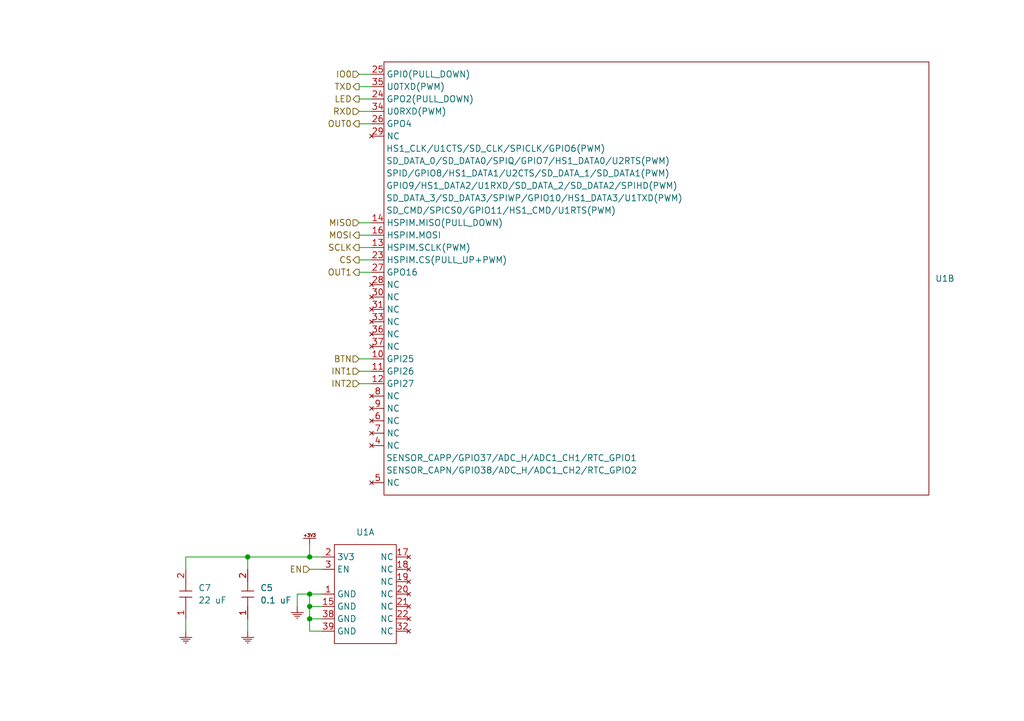
<source format=kicad_sch>
(kicad_sch (version 20230121) (generator eeschema)
  (paper "A5")
  (lib_symbols
    (symbol "zandmd:+3V3" (power) (pin_names (offset 0))
      (symbol "+3V3_0_1"
        (polyline (pts (xy -1.27 1.27) (xy 1.27 1.27)))
        (polyline (pts (xy 0 0) (xy 0 1.27)))
      )
      (symbol "+3V3_1_1"
        (text "+3V3" (at 0 1.905 0) (effects (font (size 0.635 0.635))))
        (pin power_in line (at 0 0 90) (length 0) hide (name "+3V3") (number "1"))
      )
    )
    (symbol "zandmd:CAPACITOR" (pin_names (offset 0))
      (property "Reference" "C" (at 0 0 0))
      (property "Value" "C" (at 0 0 0))
      (symbol "CAPACITOR_0_1"
        (polyline (pts (xy 2.54 0) (xy 4.445 0)))
        (polyline (pts (xy 4.445 1.27) (xy 4.445 -1.27)))
        (polyline (pts (xy 5.715 1.27) (xy 5.715 -1.27)))
        (polyline (pts (xy 7.62 0) (xy 5.715 0)))
      )
      (symbol "CAPACITOR_1_1"
        (pin passive line (at 0 0 0) (length 2.54) (name "") (number "1"))
        (pin passive line (at 10.16 0 180) (length 2.54) (name "") (number "2"))
      )
    )
    (symbol "zandmd:ESP32-WROOM-32E-N4"
      (property "Reference" "U" (at 0 0 0))
      (symbol "ESP32-WROOM-32E-N4_1_1"
        (rectangle (start 2.54 20.32) (end 15.24 0))
        (pin passive line (at 0 10.16 0) (length 2.54) (name "GND") (number "1"))
        (pin passive line (at 0 7.62 0) (length 2.54) (name "GND") (number "15"))
        (pin no_connect line (at 17.78 17.78 180) (length 2.54) (name "NC") (number "17"))
        (pin no_connect line (at 17.78 15.24 180) (length 2.54) (name "NC") (number "18"))
        (pin no_connect line (at 17.78 12.7 180) (length 2.54) (name "NC") (number "19"))
        (pin power_in line (at 0 17.78 0) (length 2.54) (name "3V3") (number "2"))
        (pin no_connect line (at 17.78 10.16 180) (length 2.54) (name "NC") (number "20"))
        (pin no_connect line (at 17.78 7.62 180) (length 2.54) (name "NC") (number "21"))
        (pin no_connect line (at 17.78 5.08 180) (length 2.54) (name "NC") (number "22"))
        (pin input line (at 0 15.24 0) (length 2.54) (name "EN") (number "3"))
        (pin no_connect line (at 17.78 2.54 180) (length 2.54) (name "NC") (number "32"))
        (pin passive line (at 0 5.08 0) (length 2.54) (name "GND") (number "38"))
        (pin passive line (at 0 2.54 0) (length 2.54) (name "GND") (number "39"))
      )
      (symbol "ESP32-WROOM-32E-N4_2_1"
        (rectangle (start 2.54 88.9) (end 114.3 0))
        (text "GPIO9/HS1_DATA2/U1RXD/SD_DATA_2/SD_DATA2/SPIHD(PWM)" (at 2.9718 63.5 0) (effects (font (size 1.27 1.27)) (justify left)))
        (text "HS1_CLK/U1CTS/SD_CLK/SPICLK/GPIO6(PWM)" (at 2.9718 71.12 0) (effects (font (size 1.27 1.27)) (justify left)))
        (text "SD_CMD/SPICS0/GPIO11/HS1_CMD/U1RTS(PWM)" (at 2.9718 58.42 0) (effects (font (size 1.27 1.27)) (justify left)))
        (text "SD_DATA_0/SD_DATA0/SPIQ/GPIO7/HS1_DATA0/U2RTS(PWM)" (at 2.9718 68.58 0) (effects (font (size 1.27 1.27)) (justify left)))
        (text "SD_DATA_3/SD_DATA3/SPIWP/GPIO10/HS1_DATA3/U1TXD(PWM)" (at 2.9718 60.96 0) (effects (font (size 1.27 1.27)) (justify left)))
        (text "SENSOR_CAPN/GPIO38/ADC_H/ADC1_CH2/RTC_GPIO2" (at 2.9718 5.08 0) (effects (font (size 1.27 1.27)) (justify left)))
        (text "SENSOR_CAPP/GPIO37/ADC_H/ADC1_CH1/RTC_GPIO1" (at 2.9718 7.62 0) (effects (font (size 1.27 1.27)) (justify left)))
        (text "SPID/GPIO8/HS1_DATA1/U2CTS/SD_DATA_1/SD_DATA1(PWM)" (at 2.9718 66.04 0) (effects (font (size 1.27 1.27)) (justify left)))
        (pin bidirectional line (at 0 27.94 0) (length 2.54) (name "ADC2_CH8/RTC_GPIO6/GPIO25/EMAC_RXD0/DAC_1") (number "10") (alternate "GPI25" input line) (alternate "NC" no_connect line))
        (pin bidirectional line (at 0 25.4 0) (length 2.54) (name "GPIO26/EMAC_RXD1/DAC_2/ADC2_CH9/RTC_GPIO7") (number "11") (alternate "GPI26" input line) (alternate "NC" no_connect line))
        (pin bidirectional line (at 0 22.86 0) (length 2.54) (name "GPIO27/EMAC_RX_DV/ADC2_CH7/TOUCH7/RTC_GPIO17") (number "12") (alternate "GPI27" input line) (alternate "NC" no_connect line))
        (pin bidirectional line (at 0 50.8 0) (length 2.54) (name "HS2_CLK/SD_CLK/EMAC_TXD2/TOUCH6/RTC_GPIO16/MTMS/HSPICLK/GPIO14/ADC2_CH6(PWM)") (number "13") (alternate "HSPIM.SCLK(PWM)" output line) (alternate "NC" no_connect line))
        (pin bidirectional line (at 0 55.88 0) (length 2.54) (name "RTC_GPIO15/GPIO12/SD_DATA2/EMAC_TXD3/ADC2_CH5/TOUCH5/MTDI/HSPIQ/HS2_DATA2(PULL_DOWN)") (number "14") (alternate "HSPIM.MISO(PULL_DOWN)" input line) (alternate "NC" no_connect line))
        (pin bidirectional line (at 0 53.34 0) (length 2.54) (name "HSPID/ADC2_CH4/TOUCH4/EMAC_RX_ER/RTC_GPIO14/MTCK/GPIO13/HS2_DATA3/SD_DATA3") (number "16") (alternate "HSPIM.MOSI" output line) (alternate "NC" no_connect line))
        (pin bidirectional line (at 0 48.26 0) (length 2.54) (name "RTC_GPIO13/I2C_SDA/MTDO/EMAC_RXD3/ADC2_CH4/SD_CMD/TOUCH3/HSPICS0/GPIO15/HS2_CMD(PULL_UP+PWM)") (number "23") (alternate "HSPIM.CS(PULL_UP+PWM)" output line) (alternate "NC" no_connect line))
        (pin bidirectional line (at 0 81.28 0) (length 2.54) (name "RTC_GPIO12/I2C_SCL/GPIO2/HSPIWP/HS2_DATA0/SD_DATA0/ADC2_CH2/TOUCH2(PULL_DOWN)") (number "24") (alternate "GPO2(PULL_DOWN)" output line) (alternate "NC" no_connect line))
        (pin bidirectional line (at 0 86.36 0) (length 2.54) (name "GPIO0/CLK_OUT1/EMAC_TX_CLK/ADC2_CH1/TOUCH1/RTC_GPIO11/I2C_SDA(PULL_DOWN)") (number "25") (alternate "GPI0(PULL_DOWN)" input line) (alternate "NC" no_connect line))
        (pin bidirectional line (at 0 76.2 0) (length 2.54) (name "EMAC_TX_ER/ADC2_CH0/TOUCH0/I2C_SCL/GPIO4/HSPIHD/HS2_DATA1/SD_DATA1/RTC_GPIO10") (number "26") (alternate "GPO4" output line) (alternate "NC" no_connect line))
        (pin bidirectional line (at 0 45.72 0) (length 2.54) (name "U2RXD/EMAC_CLK_OUT/GPIO16/HS1_DATA4") (number "27") (alternate "GPO16" output line) (alternate "NC" no_connect line))
        (pin bidirectional line (at 0 43.18 0) (length 2.54) (name "HS1_DATA5/U2TXD/EMAC_CLK_180/GPIO17") (number "28") (alternate "NC" no_connect line))
        (pin bidirectional line (at 0 73.66 0) (length 2.54) (name "GPIO5/VSPICS0/HS1_DATA6/EMAC_RX_CLK(PULL_UP+PWM)") (number "29") (alternate "NC" no_connect line))
        (pin bidirectional line (at 0 40.64 0) (length 2.54) (name "GPIO18/VSPICLK/HS1_DATA7") (number "30") (alternate "NC" no_connect line))
        (pin bidirectional line (at 0 38.1 0) (length 2.54) (name "GPIO19/VSPIQ/U0CTS/EMAC_TXD0") (number "31") (alternate "NC" no_connect line))
        (pin bidirectional line (at 0 35.56 0) (length 2.54) (name "GPIO21/VSPIHD/EMAC_TX_EN") (number "33") (alternate "NC" no_connect line))
        (pin bidirectional line (at 0 78.74 0) (length 2.54) (name "U0RXD/CLK_OUT2/GPIO3(PWM)") (number "34") (alternate "NC" no_connect line) (alternate "U0RXD(PWM)" input line))
        (pin bidirectional line (at 0 83.82 0) (length 2.54) (name "U0TXD/CLK_OUT3/GPIO1/EMAC_RXD2(PWM)") (number "35") (alternate "NC" no_connect line) (alternate "U0TXD(PWM)" output line))
        (pin bidirectional line (at 0 33.02 0) (length 2.54) (name "U0RTS/EMAC_TXD1/GPIO22/VSPIWP") (number "36") (alternate "NC" no_connect line))
        (pin bidirectional line (at 0 30.48 0) (length 2.54) (name "GPIO23/VSPID/HS1_STROBE") (number "37") (alternate "NC" no_connect line))
        (pin input line (at 0 10.16 0) (length 2.54) (name "RTC_GPIO0/SENSOR_VP/GPIO36/ADC_H/ADC1_CH0") (number "4") (alternate "NC" no_connect line))
        (pin input line (at 0 2.54 0) (length 2.54) (name "SENSOR_VN/GPIO39/ADC_H/ADC1_CH3/RTC_GPIO3") (number "5") (alternate "NC" no_connect line))
        (pin input line (at 0 15.24 0) (length 2.54) (name "VDET_1/GPIO34/ADC1_CH6/RTC_GPIO4") (number "6") (alternate "NC" no_connect line))
        (pin input line (at 0 12.7 0) (length 2.54) (name "DAC_1/ADC2_CH8/RTC_GPIO6/VDET_2/GPIO35") (number "7") (alternate "NC" no_connect line))
        (pin bidirectional line (at 0 20.32 0) (length 2.54) (name "32K_XP/GPIO32/XTAL_32K_P/ADC1_CH4/TOUCH9/RTC_GPIO9") (number "8") (alternate "NC" no_connect line))
        (pin bidirectional line (at 0 17.78 0) (length 2.54) (name "32K_XN/GPIO33/XTAL_32K_N/ADC1_CH5/TOUCH8/RTC_GPIO8") (number "9") (alternate "NC" no_connect line))
      )
    )
    (symbol "zandmd:GND" (power) (pin_names (offset 0))
      (symbol "GND_0_1"
        (polyline (pts (xy -1.27 -1.27) (xy 1.27 -1.27)))
        (polyline (pts (xy -0.889 -1.651) (xy 0.889 -1.651)))
        (polyline (pts (xy -0.508 -2.032) (xy 0.508 -2.032)))
        (polyline (pts (xy -0.127 -2.413) (xy 0.127 -2.413)))
        (polyline (pts (xy 0 0) (xy 0 -1.27)))
      )
      (symbol "GND_1_1"
        (pin power_in line (at 0 0 270) (length 0) hide (name "GND") (number "1"))
      )
    )
  )
  (junction (at 63.5 124.46))
  (junction (at 63.5 121.92))
  (junction (at 63.5 127))
  (junction (at 63.5 114.3))
  (junction (at 50.8 114.3))
  (wire (pts (xy 50.8 114.3) (xy 63.5 114.3)))
  (wire (pts (xy 73.66 50.8) (xy 76.2 50.8)))
  (wire (pts (xy 73.66 20.32) (xy 76.2 20.32)))
  (wire (pts (xy 73.66 17.78) (xy 76.2 17.78)))
  (wire (pts (xy 73.66 78.74) (xy 76.2 78.74)))
  (wire (pts (xy 63.5 111.76) (xy 63.5 114.3)))
  (wire (pts (xy 63.5 127) (xy 63.5 129.54)))
  (wire (pts (xy 63.5 124.46) (xy 63.5 127)))
  (wire (pts (xy 63.5 116.84) (xy 66.04 116.84)))
  (wire (pts (xy 66.04 121.92) (xy 63.5 121.92)))
  (wire (pts (xy 63.5 129.54) (xy 66.04 129.54)))
  (wire (pts (xy 50.8 114.3) (xy 50.8 116.84)))
  (wire (pts (xy 38.1 114.3) (xy 38.1 116.84)))
  (wire (pts (xy 73.66 45.72) (xy 76.2 45.72)))
  (wire (pts (xy 50.8 114.3) (xy 38.1 114.3)))
  (wire (pts (xy 73.66 25.4) (xy 76.2 25.4)))
  (wire (pts (xy 66.04 114.3) (xy 63.5 114.3)))
  (wire (pts (xy 63.5 121.92) (xy 63.5 124.46)))
  (wire (pts (xy 50.8 127) (xy 50.8 129.54)))
  (wire (pts (xy 60.96 124.46) (xy 60.96 121.92)))
  (wire (pts (xy 38.1 127) (xy 38.1 129.54)))
  (wire (pts (xy 63.5 127) (xy 66.04 127)))
  (wire (pts (xy 73.66 76.2) (xy 76.2 76.2)))
  (wire (pts (xy 73.66 22.86) (xy 76.2 22.86)))
  (wire (pts (xy 73.66 55.88) (xy 76.2 55.88)))
  (wire (pts (xy 73.66 53.34) (xy 76.2 53.34)))
  (wire (pts (xy 73.66 15.24) (xy 76.2 15.24)))
  (wire (pts (xy 73.66 48.26) (xy 76.2 48.26)))
  (wire (pts (xy 63.5 124.46) (xy 66.04 124.46)))
  (wire (pts (xy 60.96 121.92) (xy 63.5 121.92)))
  (wire (pts (xy 73.66 73.66) (xy 76.2 73.66)))
  (hierarchical_label "IO0" (shape input) (at 73.66 15.24 180))
  (hierarchical_label "LED" (shape output) (at 73.66 20.32 180))
  (hierarchical_label "MISO" (shape input) (at 73.66 45.72 180))
  (hierarchical_label "RXD" (shape input) (at 73.66 22.86 180))
  (hierarchical_label "EN" (shape input) (at 63.5 116.84 180))
  (hierarchical_label "INT2" (shape input) (at 73.66 78.74 180))
  (hierarchical_label "SCLK" (shape output) (at 73.66 50.8 180))
  (hierarchical_label "MOSI" (shape output) (at 73.66 48.26 180))
  (hierarchical_label "TXD" (shape output) (at 73.66 17.78 180))
  (hierarchical_label "OUT0" (shape output) (at 73.66 25.4 180))
  (hierarchical_label "BTN" (shape input) (at 73.66 73.66 180))
  (hierarchical_label "OUT1" (shape output) (at 73.66 55.88 180))
  (hierarchical_label "CS" (shape output) (at 73.66 53.34 180))
  (hierarchical_label "INT1" (shape input) (at 73.66 76.2 180))
  (symbol (lib_id "zandmd:GND") (at 38.1 129.54 0) (unit 1)
    (property "Reference" "#PWR05" (effects hide))
    (property "Value" "GND" (effects hide))
    (instances (project "tv-source-switcher" (path "" (reference "#PWR05") (unit 1))) (project "neopixel-controller" (path "" (reference "#PWR06") (unit 1))) (project "pinewood-derby-car" (path "" (reference "#PWR05") (unit 1))) (project "main-board" (path "" (reference "#PWR07") (unit 1))))
  )
  (symbol (lib_id "zandmd:ESP32-WROOM-32E-N4") (at 66.04 132.08 0) (unit 1)
    (property "Reference" "U1" (at 74.93 109.22 0))
    (property "Value" "ESP32-WROOM-32E-N4" (effects hide))
    (property "Footprint" "zandmd:ESP32-WROOM-32E-N4" (effects hide))
    (property "Datasheet" "https://www.espressif.com/sites/default/files/documentation/esp32-wroom-32e_esp32-wroom-32ue_datasheet_en.pdf" (effects hide))
    (property "Design Guide" "https://www.espressif.com/sites/default/files/documentation/esp32_hardware_design_guidelines_en.pdf" (effects hide))
    (property "Technical Reference Manual" "https://www.espressif.com/sites/default/files/documentation/esp32_technical_reference_manual_en.pdf" (effects hide))
    (property "Sim.Enable" "0" (effects hide))
    (pin "10" (alternate "GPI25"))
    (pin "11" (alternate "GPI26"))
    (pin "12" (alternate "GPI27"))
    (pin "13" (alternate "HSPIM.SCLK(PWM)"))
    (pin "14" (alternate "HSPIM.MISO(PULL_DOWN)"))
    (pin "16" (alternate "HSPIM.MOSI"))
    (pin "23" (alternate "HSPIM.CS(PULL_UP+PWM)"))
    (pin "24" (alternate "GPO2(PULL_DOWN)"))
    (pin "25" (alternate "GPI0(PULL_DOWN)"))
    (pin "26" (alternate "GPO4"))
    (pin "27" (alternate "GPO16"))
    (pin "28" (alternate "NC"))
    (pin "29" (alternate "NC"))
    (pin "30" (alternate "NC"))
    (pin "31" (alternate "NC"))
    (pin "33" (alternate "NC"))
    (pin "34" (alternate "U0RXD(PWM)"))
    (pin "35" (alternate "U0TXD(PWM)"))
    (pin "36" (alternate "NC"))
    (pin "37" (alternate "NC"))
    (pin "4" (alternate "NC"))
    (pin "5" (alternate "NC"))
    (pin "6" (alternate "NC"))
    (pin "7" (alternate "NC"))
    (pin "8" (alternate "NC"))
    (pin "9" (alternate "NC"))
    (instances (project "tv-source-switcher" (path "" (reference "U1") (unit 1))) (project "neopixel-controller" (path "" (reference "U3") (unit 1))) (project "pinewood-derby-car" (path "" (reference "U1") (unit 1))))
  )
  (symbol (lib_id "zandmd:CAPACITOR") (at 38.1 127 90) (unit 1)
    (property "Reference" "C7" (at 40.64 120.65 90) (effects (justify right)))
    (property "Value" "22 uF" (at 40.64 123.19 90) (effects (justify right)))
    (property "Footprint" "zandmd:PASSIVE-NPOL-0805" (effects hide))
    (property "Sim.Device" "C" (effects hide))
    (property "Sim.Pins" "1=+ 2=-" (effects hide))
    (instances (project "tv-source-switcher" (path "" (reference "C7") (unit 1))) (project "neopixel-controller" (path "" (reference "C6") (unit 1))) (project "pinewood-derby-car" (path "" (reference "C1") (unit 1))) (project "main-board" (path "" (reference "C3") (unit 1))))
  )
  (symbol (lib_id "zandmd:GND") (at 50.8 129.54 0) (unit 1)
    (property "Reference" "#PWR06" (effects hide))
    (property "Value" "GND" (effects hide))
    (instances (project "tv-source-switcher" (path "" (reference "#PWR06") (unit 1))) (project "neopixel-controller" (path "" (reference "#PWR07") (unit 1))) (project "pinewood-derby-car" (path "" (reference "#PWR06") (unit 1))) (project "main-board" (path "" (reference "#PWR06") (unit 1))))
  )
  (symbol (lib_id "zandmd:+3V3") (at 63.5 111.76 0) (unit 1)
    (property "Reference" "#PWR08" (effects hide))
    (property "Value" "+3V3" (effects hide))
  )
  (symbol (lib_id "zandmd:GND") (at 60.96 124.46 0) (unit 1)
    (property "Reference" "#PWR07" (effects hide))
    (property "Value" "GND" (effects hide))
    (instances (project "tv-source-switcher" (path "" (reference "#PWR07") (unit 1))) (project "neopixel-controller" (path "" (reference "#PWR05") (unit 1))) (project "pinewood-derby-car" (path "" (reference "#PWR07") (unit 1))))
  )
  (symbol (lib_id "zandmd:ESP32-WROOM-32E-N4") (at 76.2 101.6 0) (unit 2)
    (property "Reference" "U1" (at 191.77 57.15 0) (effects (justify left)))
    (property "Value" "ESP32-WROOM-32E-N4" (effects hide))
    (property "Footprint" "zandmd:ESP32-WROOM-32E-N4" (effects hide))
    (property "Datasheet" "https://www.espressif.com/sites/default/files/documentation/esp32-wroom-32e_esp32-wroom-32ue_datasheet_en.pdf" (effects hide))
    (property "Design Guide" "https://www.espressif.com/sites/default/files/documentation/esp32_hardware_design_guidelines_en.pdf" (effects hide))
    (property "Technical Reference Manual" "https://www.espressif.com/sites/default/files/documentation/esp32_technical_reference_manual_en.pdf" (effects hide))
    (property "Sim.Enable" "0" (effects hide))
    (pin "10" (alternate "GPI25"))
    (pin "11" (alternate "GPI26"))
    (pin "12" (alternate "GPI27"))
    (pin "13" (alternate "HSPIM.SCLK(PWM)"))
    (pin "14" (alternate "HSPIM.MISO(PULL_DOWN)"))
    (pin "16" (alternate "HSPIM.MOSI"))
    (pin "23" (alternate "HSPIM.CS(PULL_UP+PWM)"))
    (pin "24" (alternate "GPO2(PULL_DOWN)"))
    (pin "25" (alternate "GPI0(PULL_DOWN)"))
    (pin "26" (alternate "GPO4"))
    (pin "27" (alternate "GPO16"))
    (pin "28" (alternate "NC"))
    (pin "29" (alternate "NC"))
    (pin "30" (alternate "NC"))
    (pin "31" (alternate "NC"))
    (pin "33" (alternate "NC"))
    (pin "34" (alternate "U0RXD(PWM)"))
    (pin "35" (alternate "U0TXD(PWM)"))
    (pin "36" (alternate "NC"))
    (pin "37" (alternate "NC"))
    (pin "4" (alternate "NC"))
    (pin "5" (alternate "NC"))
    (pin "6" (alternate "NC"))
    (pin "7" (alternate "NC"))
    (pin "8" (alternate "NC"))
    (pin "9" (alternate "NC"))
    (instances (project "tv-source-switcher" (path "" (reference "U1") (unit 2))) (project "neopixel-controller" (path "" (reference "U3") (unit 2))) (project "pinewood-derby-car" (path "" (reference "U1") (unit 2))))
  )
  (symbol (lib_id "zandmd:CAPACITOR") (at 50.8 127 90) (unit 1)
    (property "Reference" "C5" (at 53.34 120.65 90) (effects (justify right)))
    (property "Value" "0.1 uF" (at 53.34 123.19 90) (effects (justify right)))
    (property "Footprint" "zandmd:PASSIVE-NPOL-0805" (effects hide))
    (property "Sim.Device" "C" (effects hide))
    (property "Sim.Pins" "1=+ 2=-" (effects hide))
    (instances (project "tv-source-switcher" (path "" (reference "C5") (unit 1))) (project "neopixel-controller" (path "" (reference "C8") (unit 1))) (project "pinewood-derby-car" (path "" (reference "C2") (unit 1))) (project "main-board" (path "" (reference "C5") (unit 1))))
  )
)
</source>
